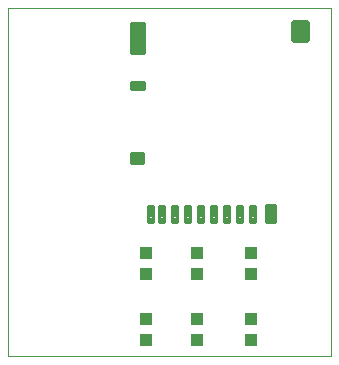
<source format=gbp>
G75*
%MOIN*%
%OFA0B0*%
%FSLAX24Y24*%
%IPPOS*%
%LPD*%
%AMOC8*
5,1,8,0,0,1.08239X$1,22.5*
%
%ADD10C,0.0000*%
%ADD11C,0.0154*%
%ADD12C,0.0189*%
%ADD13C,0.0094*%
%ADD14C,0.0142*%
%ADD15C,0.0110*%
%ADD16C,0.0118*%
%ADD17R,0.0425X0.0413*%
D10*
X000180Y000547D02*
X000180Y012143D01*
X010950Y012143D01*
X010950Y000547D01*
X000180Y000547D01*
D11*
X004322Y010692D02*
X004680Y010692D01*
X004322Y010692D02*
X004322Y011640D01*
X004680Y011640D01*
X004680Y010692D01*
X004680Y010845D02*
X004322Y010845D01*
X004322Y010998D02*
X004680Y010998D01*
X004680Y011151D02*
X004322Y011151D01*
X004322Y011304D02*
X004680Y011304D01*
X004680Y011457D02*
X004322Y011457D01*
X004322Y011610D02*
X004680Y011610D01*
D12*
X009713Y011093D02*
X010155Y011093D01*
X009713Y011093D02*
X009713Y011653D01*
X010155Y011653D01*
X010155Y011093D01*
X010155Y011281D02*
X009713Y011281D01*
X009713Y011469D02*
X010155Y011469D01*
D13*
X004710Y009472D02*
X004292Y009472D01*
X004292Y009692D01*
X004710Y009692D01*
X004710Y009472D01*
X004710Y009565D02*
X004292Y009565D01*
X004292Y009658D02*
X004710Y009658D01*
D14*
X004686Y006976D02*
X004316Y006976D01*
X004316Y007306D01*
X004686Y007306D01*
X004686Y006976D01*
X004686Y007117D02*
X004316Y007117D01*
X004316Y007258D02*
X004686Y007258D01*
D15*
X004851Y005030D02*
X005017Y005030D01*
X004851Y005030D02*
X004851Y005550D01*
X005017Y005550D01*
X005017Y005030D01*
X005017Y005139D02*
X004851Y005139D01*
X004851Y005248D02*
X005017Y005248D01*
X005017Y005357D02*
X004851Y005357D01*
X004851Y005466D02*
X005017Y005466D01*
X005225Y005030D02*
X005391Y005030D01*
X005225Y005030D02*
X005225Y005550D01*
X005391Y005550D01*
X005391Y005030D01*
X005391Y005139D02*
X005225Y005139D01*
X005225Y005248D02*
X005391Y005248D01*
X005391Y005357D02*
X005225Y005357D01*
X005225Y005466D02*
X005391Y005466D01*
X005658Y005030D02*
X005824Y005030D01*
X005658Y005030D02*
X005658Y005550D01*
X005824Y005550D01*
X005824Y005030D01*
X005824Y005139D02*
X005658Y005139D01*
X005658Y005248D02*
X005824Y005248D01*
X005824Y005357D02*
X005658Y005357D01*
X005658Y005466D02*
X005824Y005466D01*
X006091Y005030D02*
X006257Y005030D01*
X006091Y005030D02*
X006091Y005550D01*
X006257Y005550D01*
X006257Y005030D01*
X006257Y005139D02*
X006091Y005139D01*
X006091Y005248D02*
X006257Y005248D01*
X006257Y005357D02*
X006091Y005357D01*
X006091Y005466D02*
X006257Y005466D01*
X006525Y005030D02*
X006691Y005030D01*
X006525Y005030D02*
X006525Y005550D01*
X006691Y005550D01*
X006691Y005030D01*
X006691Y005139D02*
X006525Y005139D01*
X006525Y005248D02*
X006691Y005248D01*
X006691Y005357D02*
X006525Y005357D01*
X006525Y005466D02*
X006691Y005466D01*
X006958Y005030D02*
X007124Y005030D01*
X006958Y005030D02*
X006958Y005550D01*
X007124Y005550D01*
X007124Y005030D01*
X007124Y005139D02*
X006958Y005139D01*
X006958Y005248D02*
X007124Y005248D01*
X007124Y005357D02*
X006958Y005357D01*
X006958Y005466D02*
X007124Y005466D01*
X007391Y005030D02*
X007557Y005030D01*
X007391Y005030D02*
X007391Y005550D01*
X007557Y005550D01*
X007557Y005030D01*
X007557Y005139D02*
X007391Y005139D01*
X007391Y005248D02*
X007557Y005248D01*
X007557Y005357D02*
X007391Y005357D01*
X007391Y005466D02*
X007557Y005466D01*
X007824Y005030D02*
X007990Y005030D01*
X007824Y005030D02*
X007824Y005550D01*
X007990Y005550D01*
X007990Y005030D01*
X007990Y005139D02*
X007824Y005139D01*
X007824Y005248D02*
X007990Y005248D01*
X007990Y005357D02*
X007824Y005357D01*
X007824Y005466D02*
X007990Y005466D01*
X008257Y005030D02*
X008423Y005030D01*
X008257Y005030D02*
X008257Y005550D01*
X008423Y005550D01*
X008423Y005030D01*
X008423Y005139D02*
X008257Y005139D01*
X008257Y005248D02*
X008423Y005248D01*
X008423Y005357D02*
X008257Y005357D01*
X008257Y005466D02*
X008423Y005466D01*
D16*
X008812Y005034D02*
X009088Y005034D01*
X008812Y005034D02*
X008812Y005546D01*
X009088Y005546D01*
X009088Y005034D01*
X009088Y005151D02*
X008812Y005151D01*
X008812Y005268D02*
X009088Y005268D01*
X009088Y005385D02*
X008812Y005385D01*
X008812Y005502D02*
X009088Y005502D01*
D17*
X008280Y003992D03*
X008280Y003303D03*
X008280Y001792D03*
X008280Y001103D03*
X006480Y001103D03*
X006480Y001792D03*
X006480Y003303D03*
X006480Y003992D03*
X004780Y003992D03*
X004780Y003303D03*
X004780Y001792D03*
X004780Y001103D03*
M02*

</source>
